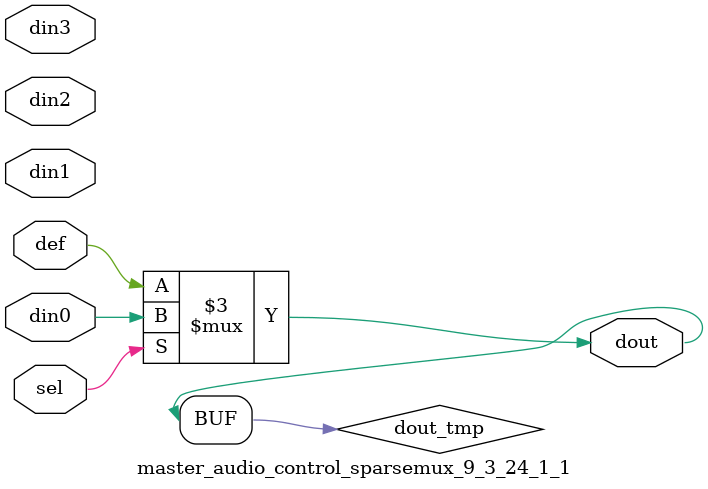
<source format=v>
`timescale 1ns / 1ps

module master_audio_control_sparsemux_9_3_24_1_1 (din0,din1,din2,din3,def,sel,dout);

parameter din0_WIDTH = 1;

parameter din1_WIDTH = 1;

parameter din2_WIDTH = 1;

parameter din3_WIDTH = 1;

parameter def_WIDTH = 1;
parameter sel_WIDTH = 1;
parameter dout_WIDTH = 1;

parameter [sel_WIDTH-1:0] CASE0 = 1;

parameter [sel_WIDTH-1:0] CASE1 = 1;

parameter [sel_WIDTH-1:0] CASE2 = 1;

parameter [sel_WIDTH-1:0] CASE3 = 1;

parameter ID = 1;
parameter NUM_STAGE = 1;



input [din0_WIDTH-1:0] din0;

input [din1_WIDTH-1:0] din1;

input [din2_WIDTH-1:0] din2;

input [din3_WIDTH-1:0] din3;

input [def_WIDTH-1:0] def;
input [sel_WIDTH-1:0] sel;

output [dout_WIDTH-1:0] dout;



reg [dout_WIDTH-1:0] dout_tmp;


always @ (*) begin
(* parallel_case *) case (sel)
    
    CASE0 : dout_tmp = din0;
    
    CASE1 : dout_tmp = din1;
    
    CASE2 : dout_tmp = din2;
    
    CASE3 : dout_tmp = din3;
    
    default : dout_tmp = def;
endcase
end


assign dout = dout_tmp;



endmodule

</source>
